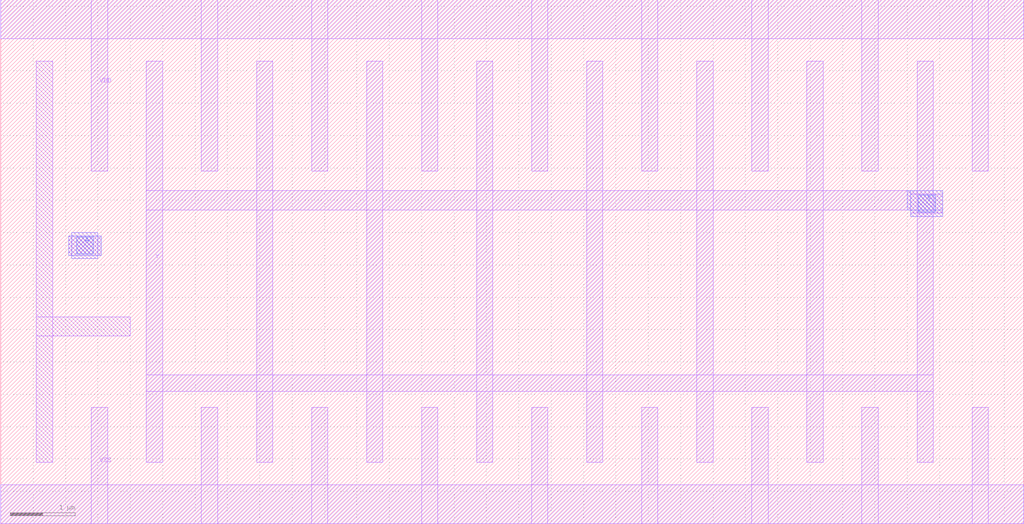
<source format=lef>
# Copyright 2022 Google LLC
# Licensed under the Apache License, Version 2.0 (the "License");
# you may not use this file except in compliance with the License.
# You may obtain a copy of the License at
#
#      http://www.apache.org/licenses/LICENSE-2.0
#
# Unless required by applicable law or agreed to in writing, software
# distributed under the License is distributed on an "AS IS" BASIS,
# WITHOUT WARRANTIES OR CONDITIONS OF ANY KIND, either express or implied.
# See the License for the specific language governing permissions and
# limitations under the License.
VERSION 5.7 ;
BUSBITCHARS "[]" ;
DIVIDERCHAR "/" ;

MACRO gf180mcu_osu_sc_gp12t3v3__buf_16
  CLASS CORE ;
  ORIGIN 0 0 ;
  FOREIGN gf180mcu_osu_sc_gp12t3v3__buf_16 0 0 ;
  SIZE 15.8 BY 8.1 ;
  SYMMETRY X Y ;
  SITE GF180_3p3_12t ;
  PIN VDD
    DIRECTION INOUT ;
    USE POWER ;
    SHAPE ABUTMENT ;
    PORT
      LAYER MET1 ;
        RECT 0 7.5 15.8 8.1 ;
        RECT 15 5.45 15.25 8.1 ;
        RECT 13.3 5.45 13.55 8.1 ;
        RECT 11.6 5.45 11.85 8.1 ;
        RECT 9.9 5.45 10.15 8.1 ;
        RECT 8.2 5.45 8.45 8.1 ;
        RECT 6.5 5.45 6.75 8.1 ;
        RECT 4.8 5.45 5.05 8.1 ;
        RECT 3.1 5.45 3.35 8.1 ;
        RECT 1.4 5.45 1.65 8.1 ;
    END
  END VDD
  PIN VSS
    DIRECTION INOUT ;
    USE GROUND ;
    PORT
      LAYER MET1 ;
        RECT 0 0 15.8 0.6 ;
        RECT 15 0 15.25 1.8 ;
        RECT 13.3 0 13.55 1.8 ;
        RECT 11.6 0 11.85 1.8 ;
        RECT 9.9 0 10.15 1.8 ;
        RECT 8.2 0 8.45 1.8 ;
        RECT 6.5 0 6.75 1.8 ;
        RECT 4.8 0 5.05 1.8 ;
        RECT 3.1 0 3.35 1.8 ;
        RECT 1.4 0 1.65 1.8 ;
    END
  END VSS
  PIN A
    DIRECTION INPUT ;
    USE SIGNAL ;
    PORT
      LAYER MET1 ;
        RECT 1.05 4.15 1.55 4.45 ;
      LAYER MET2 ;
        RECT 1.05 4.15 1.55 4.45 ;
        RECT 1.1 4.1 1.5 4.5 ;
      LAYER VIA12 ;
        RECT 1.17 4.17 1.43 4.43 ;
    END
  END A
  PIN Y
    DIRECTION OUTPUT ;
    USE SIGNAL ;
    PORT
      LAYER MET1 ;
        RECT 14.05 4.8 14.55 5.1 ;
        RECT 14.15 0.95 14.4 7.15 ;
        RECT 2.25 4.85 14.4 5.15 ;
        RECT 2.25 2.05 14.4 2.3 ;
        RECT 12.45 0.95 12.7 7.15 ;
        RECT 10.75 0.95 11 7.15 ;
        RECT 9.05 0.95 9.3 7.15 ;
        RECT 7.35 0.95 7.6 7.15 ;
        RECT 5.65 0.95 5.9 7.15 ;
        RECT 3.95 0.95 4.2 7.15 ;
        RECT 2.25 0.95 2.5 7.15 ;
      LAYER MET2 ;
        RECT 14 4.85 14.55 5.15 ;
        RECT 14.05 4.75 14.55 5.15 ;
      LAYER VIA12 ;
        RECT 14.17 4.82 14.43 5.08 ;
    END
  END Y
  OBS
    LAYER MET1 ;
      RECT 0.55 0.95 0.8 7.15 ;
      RECT 0.55 2.9 2 3.2 ;
  END
END gf180mcu_osu_sc_gp12t3v3__buf_16

</source>
